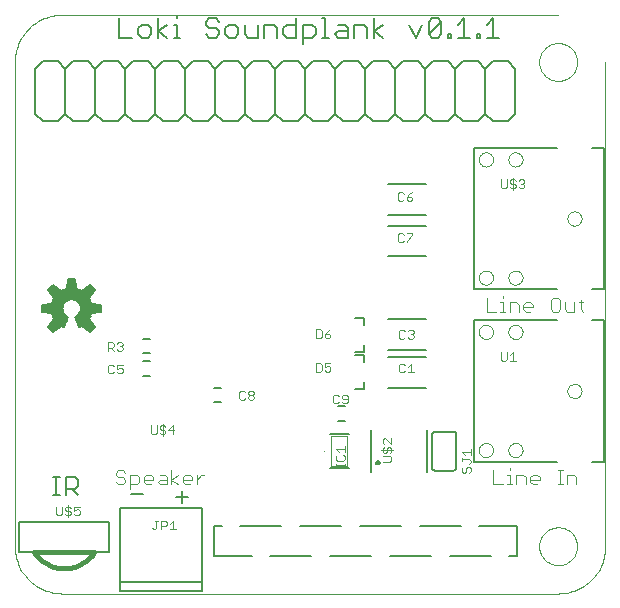
<source format=gto>
G75*
G70*
%OFA0B0*%
%FSLAX24Y24*%
%IPPOS*%
%LPD*%
%AMOC8*
5,1,8,0,0,1.08239X$1,22.5*
%
%ADD10C,0.0060*%
%ADD11C,0.0040*%
%ADD12C,0.0050*%
%ADD13C,0.0070*%
%ADD14C,0.0000*%
%ADD15C,0.0004*%
%ADD16C,0.0030*%
%ADD17C,0.0030*%
%ADD18C,0.0080*%
%ADD19C,0.0160*%
%ADD20C,0.0059*%
D10*
X009694Y007764D02*
X009930Y007764D01*
X009930Y008236D02*
X009694Y008236D01*
X009694Y008514D02*
X009930Y008514D01*
X009930Y008986D02*
X009694Y008986D01*
X012069Y007361D02*
X012305Y007361D01*
X012305Y006889D02*
X012069Y006889D01*
X016194Y006736D02*
X016430Y006736D01*
X016430Y006264D02*
X016194Y006264D01*
X017302Y005960D02*
X017302Y004540D01*
X019162Y004540D02*
X019162Y005960D01*
X019332Y005800D02*
X019332Y004700D01*
X019334Y004683D01*
X019338Y004666D01*
X019345Y004650D01*
X019355Y004636D01*
X019368Y004623D01*
X019382Y004613D01*
X019398Y004606D01*
X019415Y004602D01*
X019432Y004600D01*
X020032Y004600D01*
X020049Y004602D01*
X020066Y004606D01*
X020082Y004613D01*
X020096Y004623D01*
X020109Y004636D01*
X020119Y004650D01*
X020126Y004666D01*
X020130Y004683D01*
X020132Y004700D01*
X020132Y005800D01*
X020130Y005817D01*
X020126Y005834D01*
X020119Y005850D01*
X020109Y005864D01*
X020096Y005877D01*
X020082Y005887D01*
X020066Y005894D01*
X020049Y005898D01*
X020032Y005900D01*
X019432Y005900D01*
X019415Y005898D01*
X019398Y005894D01*
X019382Y005887D01*
X019368Y005877D01*
X019355Y005864D01*
X019345Y005850D01*
X019338Y005834D01*
X019334Y005817D01*
X019332Y005800D01*
X017072Y007315D02*
X017072Y007535D01*
X017072Y007315D02*
X016752Y007315D01*
X017072Y008215D02*
X017072Y008435D01*
X016752Y008435D01*
X016752Y008565D02*
X017072Y008565D01*
X017072Y008785D01*
X017072Y009465D02*
X017072Y009685D01*
X016752Y009685D01*
X016857Y016250D02*
X016357Y016250D01*
X016107Y016500D01*
X016107Y018000D01*
X016357Y018250D01*
X016857Y018250D01*
X017107Y018000D01*
X017107Y016500D01*
X017357Y016250D01*
X017857Y016250D01*
X018107Y016500D01*
X018107Y018000D01*
X018357Y018250D01*
X018857Y018250D01*
X019107Y018000D01*
X019107Y016500D01*
X018857Y016250D01*
X018357Y016250D01*
X018107Y016500D01*
X017107Y016500D02*
X016857Y016250D01*
X016107Y016500D02*
X015857Y016250D01*
X015357Y016250D01*
X015107Y016500D01*
X015107Y018000D01*
X015357Y018250D01*
X015857Y018250D01*
X016107Y018000D01*
X015107Y018000D02*
X014857Y018250D01*
X014357Y018250D01*
X014107Y018000D01*
X014107Y016500D01*
X013857Y016250D01*
X013357Y016250D01*
X013107Y016500D01*
X013107Y018000D01*
X013357Y018250D01*
X013857Y018250D01*
X014107Y018000D01*
X013107Y018000D02*
X012857Y018250D01*
X012357Y018250D01*
X012107Y018000D01*
X012107Y016500D01*
X012357Y016250D01*
X012857Y016250D01*
X013107Y016500D01*
X012107Y016500D02*
X011857Y016250D01*
X011357Y016250D01*
X011107Y016500D01*
X011107Y018000D01*
X011357Y018250D01*
X011857Y018250D01*
X012107Y018000D01*
X011107Y018000D02*
X010857Y018250D01*
X010357Y018250D01*
X010107Y018000D01*
X010107Y016500D01*
X010357Y016250D01*
X010857Y016250D01*
X011107Y016500D01*
X010107Y016500D02*
X009857Y016250D01*
X009357Y016250D01*
X009107Y016500D01*
X009107Y018000D01*
X009357Y018250D01*
X009857Y018250D01*
X010107Y018000D01*
X009107Y018000D02*
X008857Y018250D01*
X008357Y018250D01*
X008107Y018000D01*
X008107Y016500D01*
X008357Y016250D01*
X008857Y016250D01*
X009107Y016500D01*
X008107Y016500D02*
X007857Y016250D01*
X007357Y016250D01*
X007107Y016500D01*
X007107Y018000D01*
X007357Y018250D01*
X007857Y018250D01*
X008107Y018000D01*
X007107Y018000D02*
X006857Y018250D01*
X006357Y018250D01*
X006107Y018000D01*
X006107Y016500D01*
X006357Y016250D01*
X006857Y016250D01*
X007107Y016500D01*
X008896Y019030D02*
X009323Y019030D01*
X009541Y019137D02*
X009648Y019030D01*
X009861Y019030D01*
X009968Y019137D01*
X009968Y019350D01*
X009861Y019457D01*
X009648Y019457D01*
X009541Y019350D01*
X009541Y019137D01*
X008896Y019030D02*
X008896Y019671D01*
X010185Y019671D02*
X010185Y019030D01*
X010185Y019244D02*
X010506Y019457D01*
X010723Y019457D02*
X010829Y019457D01*
X010829Y019030D01*
X010723Y019030D02*
X010936Y019030D01*
X010506Y019030D02*
X010185Y019244D01*
X010829Y019671D02*
X010829Y019777D01*
X011797Y019564D02*
X011797Y019457D01*
X011904Y019350D01*
X012117Y019350D01*
X012224Y019244D01*
X012224Y019137D01*
X012117Y019030D01*
X011904Y019030D01*
X011797Y019137D01*
X011797Y019564D02*
X011904Y019671D01*
X012117Y019671D01*
X012224Y019564D01*
X012441Y019350D02*
X012441Y019137D01*
X012548Y019030D01*
X012762Y019030D01*
X012868Y019137D01*
X012868Y019350D01*
X012762Y019457D01*
X012548Y019457D01*
X012441Y019350D01*
X013086Y019457D02*
X013086Y019137D01*
X013193Y019030D01*
X013513Y019030D01*
X013513Y019457D01*
X013730Y019457D02*
X014051Y019457D01*
X014157Y019350D01*
X014157Y019030D01*
X014375Y019137D02*
X014375Y019350D01*
X014482Y019457D01*
X014802Y019457D01*
X014802Y019671D02*
X014802Y019030D01*
X014482Y019030D01*
X014375Y019137D01*
X015020Y019030D02*
X015340Y019030D01*
X015447Y019137D01*
X015447Y019350D01*
X015340Y019457D01*
X015020Y019457D01*
X015020Y018816D01*
X015664Y019030D02*
X015878Y019030D01*
X015771Y019030D02*
X015771Y019671D01*
X015664Y019671D01*
X016201Y019457D02*
X016414Y019457D01*
X016521Y019350D01*
X016521Y019030D01*
X016201Y019030D01*
X016094Y019137D01*
X016201Y019244D01*
X016521Y019244D01*
X016738Y019030D02*
X016738Y019457D01*
X017059Y019457D01*
X017165Y019350D01*
X017165Y019030D01*
X017383Y019030D02*
X017383Y019671D01*
X017703Y019457D02*
X017383Y019244D01*
X017703Y019030D01*
X018565Y019457D02*
X018778Y019030D01*
X018992Y019457D01*
X019209Y019564D02*
X019316Y019671D01*
X019529Y019671D01*
X019636Y019564D01*
X019209Y019137D01*
X019316Y019030D01*
X019529Y019030D01*
X019636Y019137D01*
X019636Y019564D01*
X019209Y019564D02*
X019209Y019137D01*
X019854Y019137D02*
X019960Y019137D01*
X019960Y019030D01*
X019854Y019030D01*
X019854Y019137D01*
X020176Y019030D02*
X020603Y019030D01*
X020389Y019030D02*
X020389Y019671D01*
X020176Y019457D01*
X020820Y019137D02*
X020927Y019137D01*
X020927Y019030D01*
X020820Y019030D01*
X020820Y019137D01*
X021143Y019030D02*
X021570Y019030D01*
X021356Y019030D02*
X021356Y019671D01*
X021143Y019457D01*
X021357Y018250D02*
X021857Y018250D01*
X022107Y018000D01*
X022107Y016500D01*
X021857Y016250D01*
X021357Y016250D01*
X021107Y016500D01*
X021107Y018000D01*
X021357Y018250D01*
X021107Y018000D02*
X020857Y018250D01*
X020357Y018250D01*
X020107Y018000D01*
X020107Y016500D01*
X019857Y016250D01*
X019357Y016250D01*
X019107Y016500D01*
X020107Y016500D02*
X020357Y016250D01*
X020857Y016250D01*
X021107Y016500D01*
X020107Y018000D02*
X019857Y018250D01*
X019357Y018250D01*
X019107Y018000D01*
X018107Y018000D02*
X017857Y018250D01*
X017357Y018250D01*
X017107Y018000D01*
X015107Y016500D02*
X014857Y016250D01*
X014357Y016250D01*
X014107Y016500D01*
X013730Y019030D02*
X013730Y019457D01*
D11*
X021144Y010355D02*
X021144Y009895D01*
X021451Y009895D01*
X021604Y009895D02*
X021758Y009895D01*
X021681Y009895D02*
X021681Y010202D01*
X021604Y010202D01*
X021681Y010355D02*
X021681Y010432D01*
X021911Y010202D02*
X022141Y010202D01*
X022218Y010125D01*
X022218Y009895D01*
X022371Y009972D02*
X022371Y010125D01*
X022448Y010202D01*
X022602Y010202D01*
X022678Y010125D01*
X022678Y010048D01*
X022371Y010048D01*
X022371Y009972D02*
X022448Y009895D01*
X022602Y009895D01*
X021911Y009895D02*
X021911Y010202D01*
X023292Y010279D02*
X023292Y009972D01*
X023369Y009895D01*
X023522Y009895D01*
X023599Y009972D01*
X023599Y010279D01*
X023522Y010355D01*
X023369Y010355D01*
X023292Y010279D01*
X023753Y010202D02*
X023753Y009972D01*
X023829Y009895D01*
X024060Y009895D01*
X024060Y010202D01*
X024213Y010202D02*
X024366Y010202D01*
X024290Y010279D02*
X024290Y009972D01*
X024366Y009895D01*
X021911Y004682D02*
X021911Y004605D01*
X021911Y004452D02*
X021911Y004145D01*
X021834Y004145D02*
X021988Y004145D01*
X022141Y004145D02*
X022141Y004452D01*
X022371Y004452D01*
X022448Y004375D01*
X022448Y004145D01*
X022602Y004222D02*
X022602Y004375D01*
X022678Y004452D01*
X022832Y004452D01*
X022909Y004375D01*
X022909Y004298D01*
X022602Y004298D01*
X022602Y004222D02*
X022678Y004145D01*
X022832Y004145D01*
X023522Y004145D02*
X023676Y004145D01*
X023599Y004145D02*
X023599Y004605D01*
X023522Y004605D02*
X023676Y004605D01*
X023829Y004452D02*
X024060Y004452D01*
X024136Y004375D01*
X024136Y004145D01*
X023829Y004145D02*
X023829Y004452D01*
X021911Y004452D02*
X021834Y004452D01*
X021374Y004605D02*
X021374Y004145D01*
X021681Y004145D01*
X011713Y004452D02*
X011636Y004452D01*
X011483Y004298D01*
X011483Y004145D02*
X011483Y004452D01*
X011329Y004375D02*
X011329Y004298D01*
X011022Y004298D01*
X011022Y004222D02*
X011022Y004375D01*
X011099Y004452D01*
X011253Y004452D01*
X011329Y004375D01*
X011253Y004145D02*
X011099Y004145D01*
X011022Y004222D01*
X010869Y004145D02*
X010639Y004298D01*
X010869Y004452D01*
X010639Y004605D02*
X010639Y004145D01*
X010485Y004145D02*
X010255Y004145D01*
X010178Y004222D01*
X010255Y004298D01*
X010485Y004298D01*
X010485Y004375D02*
X010485Y004145D01*
X010485Y004375D02*
X010409Y004452D01*
X010255Y004452D01*
X010025Y004375D02*
X010025Y004298D01*
X009718Y004298D01*
X009718Y004222D02*
X009718Y004375D01*
X009795Y004452D01*
X009948Y004452D01*
X010025Y004375D01*
X009948Y004145D02*
X009795Y004145D01*
X009718Y004222D01*
X009564Y004222D02*
X009564Y004375D01*
X009488Y004452D01*
X009258Y004452D01*
X009258Y003992D01*
X009258Y004145D02*
X009488Y004145D01*
X009564Y004222D01*
X009104Y004222D02*
X009104Y004298D01*
X009027Y004375D01*
X008874Y004375D01*
X008797Y004452D01*
X008797Y004529D01*
X008874Y004605D01*
X009027Y004605D01*
X009104Y004529D01*
X009104Y004222D02*
X009027Y004145D01*
X008874Y004145D01*
X008797Y004222D01*
D12*
X009283Y003830D02*
X009690Y003830D01*
X010783Y003705D02*
X011190Y003705D01*
X010986Y003502D02*
X010986Y003909D01*
X008562Y002875D02*
X005562Y002875D01*
X005562Y001875D01*
X006062Y001875D01*
X008062Y001875D02*
X008562Y001875D01*
X008562Y002875D01*
X007518Y003775D02*
X007314Y003979D01*
X007416Y003979D02*
X007111Y003979D01*
X007111Y003775D02*
X007111Y004386D01*
X007416Y004386D01*
X007518Y004284D01*
X007518Y004080D01*
X007416Y003979D01*
X006909Y003775D02*
X006705Y003775D01*
X006807Y003775D02*
X006807Y004386D01*
X006705Y004386D02*
X006909Y004386D01*
X015917Y004691D02*
X016547Y004691D01*
X016547Y005809D02*
X015917Y005809D01*
D13*
X016296Y002742D02*
X014918Y002742D01*
X014296Y002742D02*
X012918Y002742D01*
X012320Y002742D02*
X012068Y002742D01*
X012068Y001758D01*
X013320Y001758D01*
X013918Y001742D02*
X015296Y001742D01*
X015918Y001742D02*
X017296Y001742D01*
X017918Y001742D02*
X019296Y001742D01*
X019918Y001742D02*
X021296Y001742D01*
X021883Y001758D02*
X022146Y001758D01*
X022146Y002742D01*
X020883Y002742D01*
X020296Y002742D02*
X018918Y002742D01*
X018296Y002742D02*
X016918Y002742D01*
D14*
X005418Y002075D02*
X005418Y018217D01*
X005420Y018294D01*
X005426Y018371D01*
X005435Y018448D01*
X005448Y018524D01*
X005465Y018600D01*
X005486Y018674D01*
X005510Y018748D01*
X005538Y018820D01*
X005569Y018890D01*
X005604Y018959D01*
X005642Y019027D01*
X005683Y019092D01*
X005728Y019155D01*
X005776Y019216D01*
X005826Y019275D01*
X005879Y019331D01*
X005935Y019384D01*
X005994Y019434D01*
X006055Y019482D01*
X006118Y019527D01*
X006183Y019568D01*
X006251Y019606D01*
X006320Y019641D01*
X006390Y019672D01*
X006462Y019700D01*
X006536Y019724D01*
X006610Y019745D01*
X006686Y019762D01*
X006762Y019775D01*
X006839Y019784D01*
X006916Y019790D01*
X006993Y019792D01*
X006993Y019791D02*
X023528Y019791D01*
X022898Y018217D02*
X022900Y018267D01*
X022906Y018317D01*
X022916Y018366D01*
X022930Y018414D01*
X022947Y018461D01*
X022968Y018506D01*
X022993Y018550D01*
X023021Y018591D01*
X023053Y018630D01*
X023087Y018667D01*
X023124Y018701D01*
X023164Y018731D01*
X023206Y018758D01*
X023250Y018782D01*
X023296Y018803D01*
X023343Y018819D01*
X023391Y018832D01*
X023441Y018841D01*
X023490Y018846D01*
X023541Y018847D01*
X023591Y018844D01*
X023640Y018837D01*
X023689Y018826D01*
X023737Y018811D01*
X023783Y018793D01*
X023828Y018771D01*
X023871Y018745D01*
X023912Y018716D01*
X023951Y018684D01*
X023987Y018649D01*
X024019Y018611D01*
X024049Y018571D01*
X024076Y018528D01*
X024099Y018484D01*
X024118Y018438D01*
X024134Y018390D01*
X024146Y018341D01*
X024154Y018292D01*
X024158Y018242D01*
X024158Y018192D01*
X024154Y018142D01*
X024146Y018093D01*
X024134Y018044D01*
X024118Y017996D01*
X024099Y017950D01*
X024076Y017906D01*
X024049Y017863D01*
X024019Y017823D01*
X023987Y017785D01*
X023951Y017750D01*
X023912Y017718D01*
X023871Y017689D01*
X023828Y017663D01*
X023783Y017641D01*
X023737Y017623D01*
X023689Y017608D01*
X023640Y017597D01*
X023591Y017590D01*
X023541Y017587D01*
X023490Y017588D01*
X023441Y017593D01*
X023391Y017602D01*
X023343Y017615D01*
X023296Y017631D01*
X023250Y017652D01*
X023206Y017676D01*
X023164Y017703D01*
X023124Y017733D01*
X023087Y017767D01*
X023053Y017804D01*
X023021Y017843D01*
X022993Y017884D01*
X022968Y017928D01*
X022947Y017973D01*
X022930Y018020D01*
X022916Y018068D01*
X022906Y018117D01*
X022900Y018167D01*
X022898Y018217D01*
X025103Y018217D02*
X025103Y002075D01*
X022898Y002075D02*
X022900Y002125D01*
X022906Y002175D01*
X022916Y002224D01*
X022930Y002272D01*
X022947Y002319D01*
X022968Y002364D01*
X022993Y002408D01*
X023021Y002449D01*
X023053Y002488D01*
X023087Y002525D01*
X023124Y002559D01*
X023164Y002589D01*
X023206Y002616D01*
X023250Y002640D01*
X023296Y002661D01*
X023343Y002677D01*
X023391Y002690D01*
X023441Y002699D01*
X023490Y002704D01*
X023541Y002705D01*
X023591Y002702D01*
X023640Y002695D01*
X023689Y002684D01*
X023737Y002669D01*
X023783Y002651D01*
X023828Y002629D01*
X023871Y002603D01*
X023912Y002574D01*
X023951Y002542D01*
X023987Y002507D01*
X024019Y002469D01*
X024049Y002429D01*
X024076Y002386D01*
X024099Y002342D01*
X024118Y002296D01*
X024134Y002248D01*
X024146Y002199D01*
X024154Y002150D01*
X024158Y002100D01*
X024158Y002050D01*
X024154Y002000D01*
X024146Y001951D01*
X024134Y001902D01*
X024118Y001854D01*
X024099Y001808D01*
X024076Y001764D01*
X024049Y001721D01*
X024019Y001681D01*
X023987Y001643D01*
X023951Y001608D01*
X023912Y001576D01*
X023871Y001547D01*
X023828Y001521D01*
X023783Y001499D01*
X023737Y001481D01*
X023689Y001466D01*
X023640Y001455D01*
X023591Y001448D01*
X023541Y001445D01*
X023490Y001446D01*
X023441Y001451D01*
X023391Y001460D01*
X023343Y001473D01*
X023296Y001489D01*
X023250Y001510D01*
X023206Y001534D01*
X023164Y001561D01*
X023124Y001591D01*
X023087Y001625D01*
X023053Y001662D01*
X023021Y001701D01*
X022993Y001742D01*
X022968Y001786D01*
X022947Y001831D01*
X022930Y001878D01*
X022916Y001926D01*
X022906Y001975D01*
X022900Y002025D01*
X022898Y002075D01*
X023528Y000500D02*
X023605Y000502D01*
X023682Y000508D01*
X023759Y000517D01*
X023835Y000530D01*
X023911Y000547D01*
X023985Y000568D01*
X024059Y000592D01*
X024131Y000620D01*
X024201Y000651D01*
X024270Y000686D01*
X024338Y000724D01*
X024403Y000765D01*
X024466Y000810D01*
X024527Y000858D01*
X024586Y000908D01*
X024642Y000961D01*
X024695Y001017D01*
X024745Y001076D01*
X024793Y001137D01*
X024838Y001200D01*
X024879Y001265D01*
X024917Y001333D01*
X024952Y001402D01*
X024983Y001472D01*
X025011Y001544D01*
X025035Y001618D01*
X025056Y001692D01*
X025073Y001768D01*
X025086Y001844D01*
X025095Y001921D01*
X025101Y001998D01*
X025103Y002075D01*
X023528Y000500D02*
X006993Y000500D01*
X006916Y000502D01*
X006839Y000508D01*
X006762Y000517D01*
X006686Y000530D01*
X006610Y000547D01*
X006536Y000568D01*
X006462Y000592D01*
X006390Y000620D01*
X006320Y000651D01*
X006251Y000686D01*
X006183Y000724D01*
X006118Y000765D01*
X006055Y000810D01*
X005994Y000858D01*
X005935Y000908D01*
X005879Y000961D01*
X005826Y001017D01*
X005776Y001076D01*
X005728Y001137D01*
X005683Y001200D01*
X005642Y001265D01*
X005604Y001333D01*
X005569Y001402D01*
X005538Y001472D01*
X005510Y001544D01*
X005486Y001618D01*
X005465Y001692D01*
X005448Y001768D01*
X005435Y001844D01*
X005426Y001921D01*
X005420Y001998D01*
X005418Y002075D01*
X020887Y005281D02*
X020889Y005311D01*
X020895Y005341D01*
X020904Y005370D01*
X020917Y005397D01*
X020934Y005422D01*
X020953Y005445D01*
X020976Y005466D01*
X021001Y005483D01*
X021027Y005497D01*
X021056Y005507D01*
X021085Y005514D01*
X021115Y005517D01*
X021146Y005516D01*
X021176Y005511D01*
X021205Y005502D01*
X021232Y005490D01*
X021258Y005475D01*
X021282Y005456D01*
X021303Y005434D01*
X021321Y005410D01*
X021336Y005383D01*
X021347Y005355D01*
X021355Y005326D01*
X021359Y005296D01*
X021359Y005266D01*
X021355Y005236D01*
X021347Y005207D01*
X021336Y005179D01*
X021321Y005152D01*
X021303Y005128D01*
X021282Y005106D01*
X021258Y005087D01*
X021232Y005072D01*
X021205Y005060D01*
X021176Y005051D01*
X021146Y005046D01*
X021115Y005045D01*
X021085Y005048D01*
X021056Y005055D01*
X021027Y005065D01*
X021001Y005079D01*
X020976Y005096D01*
X020953Y005117D01*
X020934Y005140D01*
X020917Y005165D01*
X020904Y005192D01*
X020895Y005221D01*
X020889Y005251D01*
X020887Y005281D01*
X021871Y005281D02*
X021873Y005311D01*
X021879Y005341D01*
X021888Y005370D01*
X021901Y005397D01*
X021918Y005422D01*
X021937Y005445D01*
X021960Y005466D01*
X021985Y005483D01*
X022011Y005497D01*
X022040Y005507D01*
X022069Y005514D01*
X022099Y005517D01*
X022130Y005516D01*
X022160Y005511D01*
X022189Y005502D01*
X022216Y005490D01*
X022242Y005475D01*
X022266Y005456D01*
X022287Y005434D01*
X022305Y005410D01*
X022320Y005383D01*
X022331Y005355D01*
X022339Y005326D01*
X022343Y005296D01*
X022343Y005266D01*
X022339Y005236D01*
X022331Y005207D01*
X022320Y005179D01*
X022305Y005152D01*
X022287Y005128D01*
X022266Y005106D01*
X022242Y005087D01*
X022216Y005072D01*
X022189Y005060D01*
X022160Y005051D01*
X022130Y005046D01*
X022099Y005045D01*
X022069Y005048D01*
X022040Y005055D01*
X022011Y005065D01*
X021985Y005079D01*
X021960Y005096D01*
X021937Y005117D01*
X021918Y005140D01*
X021901Y005165D01*
X021888Y005192D01*
X021879Y005221D01*
X021873Y005251D01*
X021871Y005281D01*
X023840Y007250D02*
X023842Y007280D01*
X023848Y007310D01*
X023857Y007339D01*
X023870Y007366D01*
X023887Y007391D01*
X023906Y007414D01*
X023929Y007435D01*
X023954Y007452D01*
X023980Y007466D01*
X024009Y007476D01*
X024038Y007483D01*
X024068Y007486D01*
X024099Y007485D01*
X024129Y007480D01*
X024158Y007471D01*
X024185Y007459D01*
X024211Y007444D01*
X024235Y007425D01*
X024256Y007403D01*
X024274Y007379D01*
X024289Y007352D01*
X024300Y007324D01*
X024308Y007295D01*
X024312Y007265D01*
X024312Y007235D01*
X024308Y007205D01*
X024300Y007176D01*
X024289Y007148D01*
X024274Y007121D01*
X024256Y007097D01*
X024235Y007075D01*
X024211Y007056D01*
X024185Y007041D01*
X024158Y007029D01*
X024129Y007020D01*
X024099Y007015D01*
X024068Y007014D01*
X024038Y007017D01*
X024009Y007024D01*
X023980Y007034D01*
X023954Y007048D01*
X023929Y007065D01*
X023906Y007086D01*
X023887Y007109D01*
X023870Y007134D01*
X023857Y007161D01*
X023848Y007190D01*
X023842Y007220D01*
X023840Y007250D01*
X021871Y009219D02*
X021873Y009249D01*
X021879Y009279D01*
X021888Y009308D01*
X021901Y009335D01*
X021918Y009360D01*
X021937Y009383D01*
X021960Y009404D01*
X021985Y009421D01*
X022011Y009435D01*
X022040Y009445D01*
X022069Y009452D01*
X022099Y009455D01*
X022130Y009454D01*
X022160Y009449D01*
X022189Y009440D01*
X022216Y009428D01*
X022242Y009413D01*
X022266Y009394D01*
X022287Y009372D01*
X022305Y009348D01*
X022320Y009321D01*
X022331Y009293D01*
X022339Y009264D01*
X022343Y009234D01*
X022343Y009204D01*
X022339Y009174D01*
X022331Y009145D01*
X022320Y009117D01*
X022305Y009090D01*
X022287Y009066D01*
X022266Y009044D01*
X022242Y009025D01*
X022216Y009010D01*
X022189Y008998D01*
X022160Y008989D01*
X022130Y008984D01*
X022099Y008983D01*
X022069Y008986D01*
X022040Y008993D01*
X022011Y009003D01*
X021985Y009017D01*
X021960Y009034D01*
X021937Y009055D01*
X021918Y009078D01*
X021901Y009103D01*
X021888Y009130D01*
X021879Y009159D01*
X021873Y009189D01*
X021871Y009219D01*
X020887Y009219D02*
X020889Y009249D01*
X020895Y009279D01*
X020904Y009308D01*
X020917Y009335D01*
X020934Y009360D01*
X020953Y009383D01*
X020976Y009404D01*
X021001Y009421D01*
X021027Y009435D01*
X021056Y009445D01*
X021085Y009452D01*
X021115Y009455D01*
X021146Y009454D01*
X021176Y009449D01*
X021205Y009440D01*
X021232Y009428D01*
X021258Y009413D01*
X021282Y009394D01*
X021303Y009372D01*
X021321Y009348D01*
X021336Y009321D01*
X021347Y009293D01*
X021355Y009264D01*
X021359Y009234D01*
X021359Y009204D01*
X021355Y009174D01*
X021347Y009145D01*
X021336Y009117D01*
X021321Y009090D01*
X021303Y009066D01*
X021282Y009044D01*
X021258Y009025D01*
X021232Y009010D01*
X021205Y008998D01*
X021176Y008989D01*
X021146Y008984D01*
X021115Y008983D01*
X021085Y008986D01*
X021056Y008993D01*
X021027Y009003D01*
X021001Y009017D01*
X020976Y009034D01*
X020953Y009055D01*
X020934Y009078D01*
X020917Y009103D01*
X020904Y009130D01*
X020895Y009159D01*
X020889Y009189D01*
X020887Y009219D01*
X020887Y011031D02*
X020889Y011061D01*
X020895Y011091D01*
X020904Y011120D01*
X020917Y011147D01*
X020934Y011172D01*
X020953Y011195D01*
X020976Y011216D01*
X021001Y011233D01*
X021027Y011247D01*
X021056Y011257D01*
X021085Y011264D01*
X021115Y011267D01*
X021146Y011266D01*
X021176Y011261D01*
X021205Y011252D01*
X021232Y011240D01*
X021258Y011225D01*
X021282Y011206D01*
X021303Y011184D01*
X021321Y011160D01*
X021336Y011133D01*
X021347Y011105D01*
X021355Y011076D01*
X021359Y011046D01*
X021359Y011016D01*
X021355Y010986D01*
X021347Y010957D01*
X021336Y010929D01*
X021321Y010902D01*
X021303Y010878D01*
X021282Y010856D01*
X021258Y010837D01*
X021232Y010822D01*
X021205Y010810D01*
X021176Y010801D01*
X021146Y010796D01*
X021115Y010795D01*
X021085Y010798D01*
X021056Y010805D01*
X021027Y010815D01*
X021001Y010829D01*
X020976Y010846D01*
X020953Y010867D01*
X020934Y010890D01*
X020917Y010915D01*
X020904Y010942D01*
X020895Y010971D01*
X020889Y011001D01*
X020887Y011031D01*
X021871Y011031D02*
X021873Y011061D01*
X021879Y011091D01*
X021888Y011120D01*
X021901Y011147D01*
X021918Y011172D01*
X021937Y011195D01*
X021960Y011216D01*
X021985Y011233D01*
X022011Y011247D01*
X022040Y011257D01*
X022069Y011264D01*
X022099Y011267D01*
X022130Y011266D01*
X022160Y011261D01*
X022189Y011252D01*
X022216Y011240D01*
X022242Y011225D01*
X022266Y011206D01*
X022287Y011184D01*
X022305Y011160D01*
X022320Y011133D01*
X022331Y011105D01*
X022339Y011076D01*
X022343Y011046D01*
X022343Y011016D01*
X022339Y010986D01*
X022331Y010957D01*
X022320Y010929D01*
X022305Y010902D01*
X022287Y010878D01*
X022266Y010856D01*
X022242Y010837D01*
X022216Y010822D01*
X022189Y010810D01*
X022160Y010801D01*
X022130Y010796D01*
X022099Y010795D01*
X022069Y010798D01*
X022040Y010805D01*
X022011Y010815D01*
X021985Y010829D01*
X021960Y010846D01*
X021937Y010867D01*
X021918Y010890D01*
X021901Y010915D01*
X021888Y010942D01*
X021879Y010971D01*
X021873Y011001D01*
X021871Y011031D01*
X023840Y013000D02*
X023842Y013030D01*
X023848Y013060D01*
X023857Y013089D01*
X023870Y013116D01*
X023887Y013141D01*
X023906Y013164D01*
X023929Y013185D01*
X023954Y013202D01*
X023980Y013216D01*
X024009Y013226D01*
X024038Y013233D01*
X024068Y013236D01*
X024099Y013235D01*
X024129Y013230D01*
X024158Y013221D01*
X024185Y013209D01*
X024211Y013194D01*
X024235Y013175D01*
X024256Y013153D01*
X024274Y013129D01*
X024289Y013102D01*
X024300Y013074D01*
X024308Y013045D01*
X024312Y013015D01*
X024312Y012985D01*
X024308Y012955D01*
X024300Y012926D01*
X024289Y012898D01*
X024274Y012871D01*
X024256Y012847D01*
X024235Y012825D01*
X024211Y012806D01*
X024185Y012791D01*
X024158Y012779D01*
X024129Y012770D01*
X024099Y012765D01*
X024068Y012764D01*
X024038Y012767D01*
X024009Y012774D01*
X023980Y012784D01*
X023954Y012798D01*
X023929Y012815D01*
X023906Y012836D01*
X023887Y012859D01*
X023870Y012884D01*
X023857Y012911D01*
X023848Y012940D01*
X023842Y012970D01*
X023840Y013000D01*
X021871Y014969D02*
X021873Y014999D01*
X021879Y015029D01*
X021888Y015058D01*
X021901Y015085D01*
X021918Y015110D01*
X021937Y015133D01*
X021960Y015154D01*
X021985Y015171D01*
X022011Y015185D01*
X022040Y015195D01*
X022069Y015202D01*
X022099Y015205D01*
X022130Y015204D01*
X022160Y015199D01*
X022189Y015190D01*
X022216Y015178D01*
X022242Y015163D01*
X022266Y015144D01*
X022287Y015122D01*
X022305Y015098D01*
X022320Y015071D01*
X022331Y015043D01*
X022339Y015014D01*
X022343Y014984D01*
X022343Y014954D01*
X022339Y014924D01*
X022331Y014895D01*
X022320Y014867D01*
X022305Y014840D01*
X022287Y014816D01*
X022266Y014794D01*
X022242Y014775D01*
X022216Y014760D01*
X022189Y014748D01*
X022160Y014739D01*
X022130Y014734D01*
X022099Y014733D01*
X022069Y014736D01*
X022040Y014743D01*
X022011Y014753D01*
X021985Y014767D01*
X021960Y014784D01*
X021937Y014805D01*
X021918Y014828D01*
X021901Y014853D01*
X021888Y014880D01*
X021879Y014909D01*
X021873Y014939D01*
X021871Y014969D01*
X020887Y014969D02*
X020889Y014999D01*
X020895Y015029D01*
X020904Y015058D01*
X020917Y015085D01*
X020934Y015110D01*
X020953Y015133D01*
X020976Y015154D01*
X021001Y015171D01*
X021027Y015185D01*
X021056Y015195D01*
X021085Y015202D01*
X021115Y015205D01*
X021146Y015204D01*
X021176Y015199D01*
X021205Y015190D01*
X021232Y015178D01*
X021258Y015163D01*
X021282Y015144D01*
X021303Y015122D01*
X021321Y015098D01*
X021336Y015071D01*
X021347Y015043D01*
X021355Y015014D01*
X021359Y014984D01*
X021359Y014954D01*
X021355Y014924D01*
X021347Y014895D01*
X021336Y014867D01*
X021321Y014840D01*
X021303Y014816D01*
X021282Y014794D01*
X021258Y014775D01*
X021232Y014760D01*
X021205Y014748D01*
X021176Y014739D01*
X021146Y014734D01*
X021115Y014733D01*
X021085Y014736D01*
X021056Y014743D01*
X021027Y014753D01*
X021001Y014767D01*
X020976Y014784D01*
X020953Y014805D01*
X020934Y014828D01*
X020917Y014853D01*
X020904Y014880D01*
X020895Y014909D01*
X020889Y014939D01*
X020887Y014969D01*
D15*
X015724Y005250D02*
X015720Y005250D01*
D16*
X015972Y005750D02*
X016488Y005750D01*
X016488Y004746D01*
X015972Y004746D01*
X015972Y005750D01*
D17*
X016122Y005317D02*
X016412Y005317D01*
X016412Y005220D02*
X016412Y005414D01*
X016219Y005220D02*
X016122Y005317D01*
X016170Y005119D02*
X016122Y005071D01*
X016122Y004974D01*
X016170Y004926D01*
X016364Y004926D01*
X016412Y004974D01*
X016412Y005071D01*
X016364Y005119D01*
X016412Y004826D02*
X016412Y004729D01*
X016412Y004778D02*
X016122Y004778D01*
X016122Y004826D02*
X016122Y004729D01*
X017628Y005281D02*
X018015Y005281D01*
X017967Y005233D02*
X017967Y005330D01*
X017919Y005378D01*
X017870Y005378D01*
X017822Y005330D01*
X017822Y005233D01*
X017774Y005185D01*
X017725Y005185D01*
X017677Y005233D01*
X017677Y005330D01*
X017725Y005378D01*
X017725Y005479D02*
X017677Y005528D01*
X017677Y005624D01*
X017725Y005673D01*
X017774Y005673D01*
X017967Y005479D01*
X017967Y005673D01*
X017967Y005233D02*
X017919Y005185D01*
X017919Y005083D02*
X017677Y005083D01*
X017677Y004890D02*
X017919Y004890D01*
X017967Y004938D01*
X017967Y005035D01*
X017919Y005083D01*
X016467Y006840D02*
X016370Y006840D01*
X016321Y006888D01*
X016220Y006888D02*
X016172Y006840D01*
X016075Y006840D01*
X016027Y006888D01*
X016027Y007082D01*
X016075Y007130D01*
X016172Y007130D01*
X016220Y007082D01*
X016321Y007082D02*
X016321Y007033D01*
X016370Y006985D01*
X016515Y006985D01*
X016515Y006888D02*
X016515Y007082D01*
X016467Y007130D01*
X016370Y007130D01*
X016321Y007082D01*
X016515Y006888D02*
X016467Y006840D01*
X015892Y007890D02*
X015795Y007890D01*
X015746Y007938D01*
X015746Y008035D02*
X015843Y008083D01*
X015892Y008083D01*
X015940Y008035D01*
X015940Y007938D01*
X015892Y007890D01*
X015746Y008035D02*
X015746Y008180D01*
X015940Y008180D01*
X015645Y008132D02*
X015645Y007938D01*
X015597Y007890D01*
X015452Y007890D01*
X015452Y008180D01*
X015597Y008180D01*
X015645Y008132D01*
X015597Y009015D02*
X015452Y009015D01*
X015452Y009305D01*
X015597Y009305D01*
X015645Y009257D01*
X015645Y009063D01*
X015597Y009015D01*
X015746Y009063D02*
X015795Y009015D01*
X015892Y009015D01*
X015940Y009063D01*
X015940Y009112D01*
X015892Y009160D01*
X015746Y009160D01*
X015746Y009063D01*
X015746Y009160D02*
X015843Y009257D01*
X015940Y009305D01*
X018223Y009240D02*
X018223Y009047D01*
X018271Y008998D01*
X018368Y008998D01*
X018416Y009047D01*
X018517Y009047D02*
X018566Y008998D01*
X018663Y008998D01*
X018711Y009047D01*
X018711Y009095D01*
X018663Y009143D01*
X018614Y009143D01*
X018663Y009143D02*
X018711Y009192D01*
X018711Y009240D01*
X018663Y009288D01*
X018566Y009288D01*
X018517Y009240D01*
X018416Y009240D02*
X018368Y009288D01*
X018271Y009288D01*
X018223Y009240D01*
X018271Y008163D02*
X018223Y008115D01*
X018223Y007922D01*
X018271Y007873D01*
X018368Y007873D01*
X018416Y007922D01*
X018517Y007873D02*
X018711Y007873D01*
X018614Y007873D02*
X018614Y008163D01*
X018517Y008067D01*
X018416Y008115D02*
X018368Y008163D01*
X018271Y008163D01*
X021622Y008313D02*
X021670Y008265D01*
X021767Y008265D01*
X021816Y008313D01*
X021816Y008555D01*
X021917Y008458D02*
X022013Y008555D01*
X022013Y008265D01*
X021917Y008265D02*
X022110Y008265D01*
X021622Y008313D02*
X021622Y008555D01*
X020612Y005314D02*
X020612Y005120D01*
X020612Y005217D02*
X020322Y005217D01*
X020419Y005120D01*
X020322Y005019D02*
X020322Y004922D01*
X020322Y004971D02*
X020564Y004971D01*
X020612Y004922D01*
X020612Y004874D01*
X020564Y004826D01*
X020564Y004725D02*
X020612Y004676D01*
X020612Y004579D01*
X020564Y004531D01*
X020467Y004579D02*
X020467Y004676D01*
X020515Y004725D01*
X020564Y004725D01*
X020467Y004579D02*
X020419Y004531D01*
X020370Y004531D01*
X020322Y004579D01*
X020322Y004676D01*
X020370Y004725D01*
X013390Y007013D02*
X013342Y006965D01*
X013245Y006965D01*
X013196Y007013D01*
X013196Y007062D01*
X013245Y007110D01*
X013342Y007110D01*
X013390Y007062D01*
X013390Y007013D01*
X013342Y007110D02*
X013390Y007158D01*
X013390Y007207D01*
X013342Y007255D01*
X013245Y007255D01*
X013196Y007207D01*
X013196Y007158D01*
X013245Y007110D01*
X013095Y007013D02*
X013047Y006965D01*
X012950Y006965D01*
X012902Y007013D01*
X012902Y007207D01*
X012950Y007255D01*
X013047Y007255D01*
X013095Y007207D01*
X010686Y006101D02*
X010686Y005810D01*
X010735Y005955D02*
X010541Y005955D01*
X010686Y006101D01*
X010440Y006052D02*
X010392Y006101D01*
X010295Y006101D01*
X010246Y006052D01*
X010246Y006004D01*
X010295Y005955D01*
X010392Y005955D01*
X010440Y005907D01*
X010440Y005859D01*
X010392Y005810D01*
X010295Y005810D01*
X010246Y005859D01*
X010145Y005859D02*
X010097Y005810D01*
X010000Y005810D01*
X009952Y005859D01*
X009952Y006101D01*
X010145Y006101D02*
X010145Y005859D01*
X010343Y005762D02*
X010343Y006149D01*
X008967Y007840D02*
X008870Y007840D01*
X008821Y007888D01*
X008821Y007985D02*
X008918Y008033D01*
X008967Y008033D01*
X009015Y007985D01*
X009015Y007888D01*
X008967Y007840D01*
X008821Y007985D02*
X008821Y008130D01*
X009015Y008130D01*
X008720Y008082D02*
X008672Y008130D01*
X008575Y008130D01*
X008527Y008082D01*
X008527Y007888D01*
X008575Y007840D01*
X008672Y007840D01*
X008720Y007888D01*
X008720Y008590D02*
X008624Y008687D01*
X008672Y008687D02*
X008527Y008687D01*
X008527Y008590D02*
X008527Y008880D01*
X008672Y008880D01*
X008720Y008832D01*
X008720Y008735D01*
X008672Y008687D01*
X008821Y008638D02*
X008870Y008590D01*
X008967Y008590D01*
X009015Y008638D01*
X009015Y008687D01*
X008967Y008735D01*
X008918Y008735D01*
X008967Y008735D02*
X009015Y008783D01*
X009015Y008832D01*
X008967Y008880D01*
X008870Y008880D01*
X008821Y008832D01*
X007188Y003449D02*
X007188Y003062D01*
X007140Y003110D02*
X007237Y003110D01*
X007285Y003158D01*
X007285Y003207D01*
X007237Y003255D01*
X007140Y003255D01*
X007091Y003303D01*
X007091Y003352D01*
X007140Y003400D01*
X007237Y003400D01*
X007285Y003352D01*
X007386Y003400D02*
X007386Y003255D01*
X007483Y003303D01*
X007531Y003303D01*
X007580Y003255D01*
X007580Y003158D01*
X007531Y003110D01*
X007434Y003110D01*
X007386Y003158D01*
X007386Y003400D02*
X007580Y003400D01*
X007140Y003110D02*
X007091Y003158D01*
X006990Y003158D02*
X006990Y003400D01*
X006797Y003400D02*
X006797Y003158D01*
X006845Y003110D01*
X006942Y003110D01*
X006990Y003158D01*
X009997Y002688D02*
X010045Y002640D01*
X010094Y002640D01*
X010142Y002688D01*
X010142Y002930D01*
X010094Y002930D02*
X010191Y002930D01*
X010292Y002930D02*
X010437Y002930D01*
X010485Y002882D01*
X010485Y002785D01*
X010437Y002737D01*
X010292Y002737D01*
X010292Y002640D02*
X010292Y002930D01*
X010586Y002833D02*
X010683Y002930D01*
X010683Y002640D01*
X010586Y002640D02*
X010780Y002640D01*
X018230Y012212D02*
X018327Y012212D01*
X018376Y012260D01*
X018477Y012260D02*
X018477Y012212D01*
X018477Y012260D02*
X018670Y012454D01*
X018670Y012502D01*
X018477Y012502D01*
X018376Y012454D02*
X018327Y012502D01*
X018230Y012502D01*
X018182Y012454D01*
X018182Y012260D01*
X018230Y012212D01*
X018230Y013587D02*
X018327Y013587D01*
X018376Y013635D01*
X018477Y013635D02*
X018525Y013587D01*
X018622Y013587D01*
X018670Y013635D01*
X018670Y013684D01*
X018622Y013732D01*
X018477Y013732D01*
X018477Y013635D01*
X018477Y013732D02*
X018574Y013829D01*
X018670Y013877D01*
X018376Y013829D02*
X018327Y013877D01*
X018230Y013877D01*
X018182Y013829D01*
X018182Y013635D01*
X018230Y013587D01*
X021622Y014063D02*
X021670Y014015D01*
X021767Y014015D01*
X021816Y014063D01*
X021816Y014305D01*
X021917Y014257D02*
X021965Y014305D01*
X022062Y014305D01*
X022110Y014257D01*
X022211Y014257D02*
X022260Y014305D01*
X022357Y014305D01*
X022405Y014257D01*
X022405Y014208D01*
X022357Y014160D01*
X022405Y014112D01*
X022405Y014063D01*
X022357Y014015D01*
X022260Y014015D01*
X022211Y014063D01*
X022110Y014063D02*
X022110Y014112D01*
X022062Y014160D01*
X021965Y014160D01*
X021917Y014208D01*
X021917Y014257D01*
X022013Y014354D02*
X022013Y013967D01*
X021965Y014015D02*
X022062Y014015D01*
X022110Y014063D01*
X021965Y014015D02*
X021917Y014063D01*
X021622Y014063D02*
X021622Y014305D01*
X022308Y014160D02*
X022357Y014160D01*
D18*
X023485Y015362D02*
X020729Y015362D01*
X020729Y010638D01*
X023485Y010638D01*
X024666Y010638D02*
X025060Y010638D01*
X025060Y015362D01*
X024666Y015362D01*
X019112Y014137D02*
X017852Y014137D01*
X017852Y013113D02*
X019112Y013113D01*
X019112Y012762D02*
X017852Y012762D01*
X017852Y011738D02*
X019112Y011738D01*
X019112Y009637D02*
X017852Y009637D01*
X017852Y008613D02*
X019112Y008613D01*
X019112Y008387D02*
X017852Y008387D01*
X017852Y007363D02*
X019112Y007363D01*
X020729Y009612D02*
X020729Y004888D01*
X023485Y004888D01*
X024666Y004888D02*
X025060Y004888D01*
X025060Y009612D01*
X024666Y009612D01*
X023485Y009612D02*
X020729Y009612D01*
X017465Y004860D02*
X017467Y004875D01*
X017473Y004888D01*
X017482Y004900D01*
X017493Y004909D01*
X017507Y004915D01*
X017522Y004917D01*
X017537Y004915D01*
X017550Y004909D01*
X017562Y004900D01*
X017571Y004889D01*
X017577Y004875D01*
X017579Y004860D01*
X017577Y004845D01*
X017571Y004832D01*
X017562Y004820D01*
X017551Y004811D01*
X017537Y004805D01*
X017522Y004803D01*
X017507Y004805D01*
X017494Y004811D01*
X017482Y004820D01*
X017473Y004831D01*
X017467Y004845D01*
X017465Y004860D01*
X011674Y003339D02*
X011674Y000898D01*
X008918Y000898D01*
X008918Y003339D01*
X011674Y003339D01*
X011674Y000898D02*
X011674Y000583D01*
X008918Y000583D01*
X008918Y000898D01*
D19*
X008062Y001875D02*
X006062Y001875D01*
X006101Y001820D01*
X006143Y001767D01*
X006188Y001717D01*
X006236Y001669D01*
X006286Y001624D01*
X006339Y001582D01*
X006394Y001543D01*
X006451Y001507D01*
X006510Y001474D01*
X006571Y001445D01*
X006633Y001419D01*
X006697Y001397D01*
X006761Y001378D01*
X006827Y001363D01*
X006894Y001352D01*
X006961Y001344D01*
X007028Y001340D01*
X007096Y001340D01*
X007163Y001344D01*
X007230Y001352D01*
X007297Y001363D01*
X007363Y001378D01*
X007427Y001397D01*
X007491Y001419D01*
X007553Y001445D01*
X007614Y001474D01*
X007673Y001507D01*
X007730Y001543D01*
X007785Y001582D01*
X007838Y001624D01*
X007888Y001669D01*
X007936Y001717D01*
X007981Y001767D01*
X008023Y001820D01*
X008062Y001875D01*
D20*
X007918Y009224D02*
X008087Y009394D01*
X007886Y009641D01*
X007937Y009741D01*
X007971Y009848D01*
X008289Y009880D01*
X008289Y010120D01*
X007971Y010152D01*
X007937Y010259D01*
X007886Y010359D01*
X008087Y010606D01*
X007918Y010776D01*
X007670Y010574D01*
X007571Y010625D01*
X007464Y010659D01*
X007432Y010977D01*
X007192Y010977D01*
X007160Y010659D01*
X007053Y010625D01*
X006953Y010574D01*
X006706Y010776D01*
X006536Y010606D01*
X006738Y010359D01*
X006687Y010259D01*
X006652Y010152D01*
X006335Y010120D01*
X006335Y009880D01*
X006652Y009848D01*
X006687Y009741D01*
X006738Y009641D01*
X006536Y009394D01*
X006706Y009224D01*
X006953Y009426D01*
X007053Y009375D01*
X007194Y009716D01*
X007141Y009744D01*
X007094Y009782D01*
X007056Y009829D01*
X007028Y009882D01*
X007010Y009940D01*
X007004Y010000D01*
X007011Y010063D01*
X007030Y010123D01*
X007061Y010178D01*
X007103Y010225D01*
X007153Y010263D01*
X007210Y010290D01*
X007272Y010305D01*
X007335Y010307D01*
X007397Y010296D01*
X007456Y010272D01*
X007508Y010237D01*
X007552Y010192D01*
X007586Y010139D01*
X007609Y010080D01*
X007619Y010017D01*
X007616Y009954D01*
X007600Y009893D01*
X007572Y009836D01*
X007533Y009787D01*
X007485Y009746D01*
X007430Y009716D01*
X007571Y009375D01*
X007670Y009426D01*
X007918Y009224D01*
X007942Y009248D02*
X007888Y009248D01*
X007818Y009306D02*
X007999Y009306D01*
X008057Y009364D02*
X007747Y009364D01*
X007677Y009421D02*
X008065Y009421D01*
X008018Y009479D02*
X007528Y009479D01*
X007504Y009536D02*
X007971Y009536D01*
X007925Y009594D02*
X007480Y009594D01*
X007456Y009651D02*
X007891Y009651D01*
X007920Y009709D02*
X007432Y009709D01*
X007509Y009766D02*
X007945Y009766D01*
X007964Y009824D02*
X007563Y009824D01*
X007595Y009882D02*
X008289Y009882D01*
X008289Y009939D02*
X007612Y009939D01*
X007618Y009997D02*
X008289Y009997D01*
X008289Y010054D02*
X007613Y010054D01*
X007597Y010112D02*
X008289Y010112D01*
X007966Y010169D02*
X007567Y010169D01*
X007518Y010227D02*
X007947Y010227D01*
X007924Y010284D02*
X007425Y010284D01*
X007198Y010284D02*
X006700Y010284D01*
X006676Y010227D02*
X007104Y010227D01*
X007056Y010169D02*
X006658Y010169D01*
X006729Y010342D02*
X007894Y010342D01*
X007919Y010400D02*
X006705Y010400D01*
X006658Y010457D02*
X007966Y010457D01*
X008013Y010515D02*
X006611Y010515D01*
X006564Y010572D02*
X008060Y010572D01*
X008064Y010630D02*
X007739Y010630D01*
X007810Y010687D02*
X008006Y010687D01*
X007949Y010745D02*
X007880Y010745D01*
X007556Y010630D02*
X007067Y010630D01*
X007162Y010687D02*
X007461Y010687D01*
X007455Y010745D02*
X007168Y010745D01*
X007174Y010802D02*
X007449Y010802D01*
X007444Y010860D02*
X007180Y010860D01*
X007186Y010918D02*
X007438Y010918D01*
X007432Y010975D02*
X007192Y010975D01*
X006885Y010630D02*
X006560Y010630D01*
X006618Y010687D02*
X006814Y010687D01*
X006744Y010745D02*
X006675Y010745D01*
X006335Y010112D02*
X007026Y010112D01*
X007010Y010054D02*
X006335Y010054D01*
X006335Y009997D02*
X007005Y009997D01*
X007010Y009939D02*
X006335Y009939D01*
X006335Y009882D02*
X007028Y009882D01*
X007060Y009824D02*
X006660Y009824D01*
X006679Y009766D02*
X007114Y009766D01*
X007191Y009709D02*
X006703Y009709D01*
X006733Y009651D02*
X007167Y009651D01*
X007144Y009594D02*
X006699Y009594D01*
X006652Y009536D02*
X007120Y009536D01*
X007096Y009479D02*
X006605Y009479D01*
X006558Y009421D02*
X006947Y009421D01*
X006963Y009421D02*
X007072Y009421D01*
X006876Y009364D02*
X006567Y009364D01*
X006624Y009306D02*
X006806Y009306D01*
X006735Y009248D02*
X006682Y009248D01*
X007552Y009421D02*
X007661Y009421D01*
M02*

</source>
